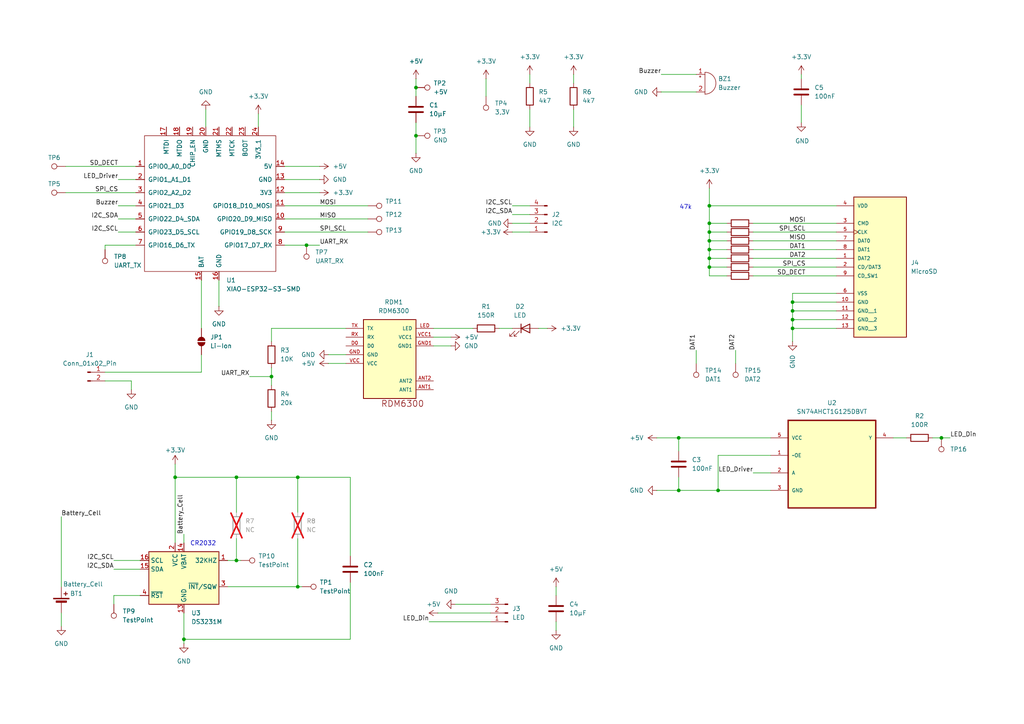
<source format=kicad_sch>
(kicad_sch (version 20250114) (generator "eeschema") (generator_version "9.0")
  (paper "A4")
  (lib_symbols
    (symbol "Connector:Conn_01x02_Pin" (pin_names (offset 1.016) (hide yes))
      (property "Reference" "J" (at 0 2.54 0))
      (property "Value" "Conn_01x02_Pin" (at 0 -5.08 0))
      (symbol "Conn_01x02_Pin_1_1"
        (rectangle (start 0.8636 0.127) (end 0 -0.127) (stroke (width 0.1524)) (fill (type outline)))
        (rectangle (start 0.8636 -2.413) (end 0 -2.667) (stroke (width 0.1524)) (fill (type outline)))
        (polyline (pts (xy 1.27 0) (xy 0.8636 0)) (stroke (width 0.1524)))
        (polyline (pts (xy 1.27 -2.54) (xy 0.8636 -2.54)) (stroke (width 0.1524)))
        (pin passive line (at 5.08 0 180) (length 3.81) (name "Pin_1") (number "1"))
        (pin passive line (at 5.08 -2.54 180) (length 3.81) (name "Pin_2") (number "2"))
      )
    )
    (symbol "Connector:Conn_01x03_Pin" (pin_names (offset 1.016) (hide yes))
      (property "Reference" "J" (at 0 5.08 0))
      (property "Value" "Conn_01x03_Pin" (at 0 -5.08 0))
      (symbol "Conn_01x03_Pin_1_1"
        (rectangle (start 0.8636 2.667) (end 0 2.413) (stroke (width 0.1524)) (fill (type outline)))
        (rectangle (start 0.8636 0.127) (end 0 -0.127) (stroke (width 0.1524)) (fill (type outline)))
        (rectangle (start 0.8636 -2.413) (end 0 -2.667) (stroke (width 0.1524)) (fill (type outline)))
        (polyline (pts (xy 1.27 2.54) (xy 0.8636 2.54)) (stroke (width 0.1524)))
        (polyline (pts (xy 1.27 0) (xy 0.8636 0)) (stroke (width 0.1524)))
        (polyline (pts (xy 1.27 -2.54) (xy 0.8636 -2.54)) (stroke (width 0.1524)))
        (pin passive line (at 5.08 2.54 180) (length 3.81) (name "Pin_1") (number "1"))
        (pin passive line (at 5.08 0 180) (length 3.81) (name "Pin_2") (number "2"))
        (pin passive line (at 5.08 -2.54 180) (length 3.81) (name "Pin_3") (number "3"))
      )
    )
    (symbol "Connector:Conn_01x04_Pin" (pin_names (offset 1.016) (hide yes))
      (property "Reference" "J" (at 0 5.08 0))
      (property "Value" "Conn_01x04_Pin" (at 0 -7.62 0))
      (symbol "Conn_01x04_Pin_1_1"
        (rectangle (start 0.8636 2.667) (end 0 2.413) (stroke (width 0.1524)) (fill (type outline)))
        (rectangle (start 0.8636 0.127) (end 0 -0.127) (stroke (width 0.1524)) (fill (type outline)))
        (rectangle (start 0.8636 -2.413) (end 0 -2.667) (stroke (width 0.1524)) (fill (type outline)))
        (rectangle (start 0.8636 -4.953) (end 0 -5.207) (stroke (width 0.1524)) (fill (type outline)))
        (polyline (pts (xy 1.27 2.54) (xy 0.8636 2.54)) (stroke (width 0.1524)))
        (polyline (pts (xy 1.27 0) (xy 0.8636 0)) (stroke (width 0.1524)))
        (polyline (pts (xy 1.27 -2.54) (xy 0.8636 -2.54)) (stroke (width 0.1524)))
        (polyline (pts (xy 1.27 -5.08) (xy 0.8636 -5.08)) (stroke (width 0.1524)))
        (pin passive line (at 5.08 2.54 180) (length 3.81) (name "Pin_1") (number "1"))
        (pin passive line (at 5.08 0 180) (length 3.81) (name "Pin_2") (number "2"))
        (pin passive line (at 5.08 -2.54 180) (length 3.81) (name "Pin_3") (number "3"))
        (pin passive line (at 5.08 -5.08 180) (length 3.81) (name "Pin_4") (number "4"))
      )
    )
    (symbol "Connector:TestPoint" (pin_numbers (hide yes)) (pin_names (offset 0.762) (hide yes))
      (property "Reference" "TP" (at 0 6.858 0))
      (property "Value" "TestPoint" (at 0 5.08 0))
      (symbol "TestPoint_0_1"
        (circle (center 0 3.302) (radius 0.762))
      )
      (symbol "TestPoint_1_1"
        (pin passive line (at 0 0 90) (length 2.54) (name "1") (number "1"))
      )
    )
    (symbol "Device:Battery_Cell" (pin_numbers (hide yes)) (pin_names (offset 0) (hide yes))
      (property "Reference" "BT" (at 2.54 2.54 0))
      (property "Value" "Battery_Cell" (at 2.54 0 0))
      (symbol "Battery_Cell_0_1"
        (rectangle (start -2.286 1.778) (end 2.286 1.524) (fill (type outline)))
        (rectangle (start -1.524 1.016) (end 1.524 0.508) (fill (type outline)))
        (polyline (pts (xy 0 1.778) (xy 0 2.54)))
        (polyline (pts (xy 0 0.762) (xy 0 0)))
        (polyline (pts (xy 0.762 3.048) (xy 1.778 3.048)) (stroke (width 0.254)))
        (polyline (pts (xy 1.27 3.556) (xy 1.27 2.54)) (stroke (width 0.254)))
      )
      (symbol "Battery_Cell_1_1"
        (pin passive line (at 0 5.08 270) (length 2.54) (name "+") (number "1"))
        (pin passive line (at 0 -2.54 90) (length 2.54) (name "-") (number "2"))
      )
    )
    (symbol "Device:Buzzer" (pin_names (offset 0.0254) (hide yes))
      (property "Reference" "BZ" (at 3.81 1.27 0))
      (property "Value" "Buzzer" (at 3.81 -1.27 0))
      (symbol "Buzzer_0_1"
        (polyline (pts (xy -1.651 1.905) (xy -1.143 1.905)))
        (polyline (pts (xy -1.397 2.159) (xy -1.397 1.651)))
        (arc (start 0 3.175) (mid 3.1612 0) (end 0 -3.175))
        (polyline (pts (xy 0 3.175) (xy 0 -3.175)))
      )
      (symbol "Buzzer_1_1"
        (pin passive line (at -2.54 2.54 0) (length 2.54) (name "+") (number "1"))
        (pin passive line (at -2.54 -2.54 0) (length 2.54) (name "-") (number "2"))
      )
    )
    (symbol "Device:C" (pin_numbers (hide yes)) (pin_names (offset 0.254))
      (property "Reference" "C" (at 0.635 2.54 0))
      (property "Value" "C" (at 0.635 -2.54 0))
      (symbol "C_0_1"
        (polyline (pts (xy -2.032 0.762) (xy 2.032 0.762)) (stroke (width 0.508)))
        (polyline (pts (xy -2.032 -0.762) (xy 2.032 -0.762)) (stroke (width 0.508)))
      )
      (symbol "C_1_1"
        (pin passive line (at 0 3.81 270) (length 2.794) (name "~") (number "1"))
        (pin passive line (at 0 -3.81 90) (length 2.794) (name "~") (number "2"))
      )
    )
    (symbol "Device:LED" (pin_numbers (hide yes)) (pin_names (offset 1.016) (hide yes))
      (property "Reference" "D" (at 0 2.54 0))
      (property "Value" "LED" (at 0 -2.54 0))
      (symbol "LED_0_1"
        (polyline (pts (xy -3.048 -0.762) (xy -4.572 -2.286) (xy -3.81 -2.286) (xy -4.572 -2.286) (xy -4.572 -1.524)))
        (polyline (pts (xy -1.778 -0.762) (xy -3.302 -2.286) (xy -2.54 -2.286) (xy -3.302 -2.286) (xy -3.302 -1.524)))
        (polyline (pts (xy -1.27 0) (xy 1.27 0)))
        (polyline (pts (xy -1.27 -1.27) (xy -1.27 1.27)) (stroke (width 0.254)))
        (polyline (pts (xy 1.27 -1.27) (xy 1.27 1.27) (xy -1.27 0) (xy 1.27 -1.27)) (stroke (width 0.254)))
      )
      (symbol "LED_1_1"
        (pin passive line (at -3.81 0 0) (length 2.54) (name "K") (number "1"))
        (pin passive line (at 3.81 0 180) (length 2.54) (name "A") (number "2"))
      )
    )
    (symbol "Device:R" (pin_numbers (hide yes)) (pin_names (offset 0))
      (property "Reference" "R" (at 2.032 0 90))
      (property "Value" "R" (at 0 0 90))
      (symbol "R_0_1"
        (rectangle (start -1.016 -2.54) (end 1.016 2.54) (stroke (width 0.254)))
      )
      (symbol "R_1_1"
        (pin passive line (at 0 3.81 270) (length 1.27) (name "~") (number "1"))
        (pin passive line (at 0 -3.81 90) (length 1.27) (name "~") (number "2"))
      )
    )
    (symbol "Jumper:SolderJumper_2_Open" (pin_numbers (hide yes)) (pin_names (offset 0) (hide yes)) (in_bom no)
      (property "Reference" "JP" (at 0 2.032 0))
      (property "Value" "SolderJumper_2_Open" (at 0 -2.54 0))
      (symbol "SolderJumper_2_Open_0_1"
        (polyline (pts (xy -0.254 1.016) (xy -0.254 -1.016)))
        (arc (start -0.254 -1.016) (mid -1.2656 0) (end -0.254 1.016))
        (arc (start -0.254 -1.016) (mid -1.2656 0) (end -0.254 1.016) (fill (type outline)))
        (arc (start 0.254 1.016) (mid 1.2656 0) (end 0.254 -1.016))
        (arc (start 0.254 1.016) (mid 1.2656 0) (end 0.254 -1.016) (fill (type outline)))
        (polyline (pts (xy 0.254 1.016) (xy 0.254 -1.016)))
      )
      (symbol "SolderJumper_2_Open_1_1"
        (pin passive line (at -3.81 0 0) (length 2.54) (name "A") (number "1"))
        (pin passive line (at 3.81 0 180) (length 2.54) (name "B") (number "2"))
      )
    )
    (symbol "RDM6300:RDM6300" (pin_names (offset 1.016))
      (property "Reference" "RDM6300" (at 0 0 0))
      (property "Value" "RDM6300" (at 0 0 0))
      (symbol "RDM6300_0_0"
        (rectangle (start -7.62 -10.16) (end 7.62 12.7) (stroke (width 0.254)) (fill (type background)))
        (text "RDM6300" (at -2.54 -12.7 0) (effects (font (size 1.778 1.778)) (justify left bottom)))
        (pin bidirectional line (at -12.7 10.16 0) (length 5.08) (name "TX") (number "TX"))
        (pin bidirectional line (at -12.7 7.62 0) (length 5.08) (name "RX") (number "RX"))
        (pin bidirectional line (at -12.7 5.08 0) (length 5.08) (name "D0") (number "D0"))
        (pin bidirectional line (at -12.7 2.54 0) (length 5.08) (name "GND") (number "GND"))
        (pin bidirectional line (at -12.7 0 0) (length 5.08) (name "VCC") (number "VCC"))
        (pin bidirectional line (at 12.7 10.16 180) (length 5.08) (name "LED") (number "LED"))
        (pin bidirectional line (at 12.7 7.62 180) (length 5.08) (name "VCC1") (number "VCC1"))
        (pin bidirectional line (at 12.7 5.08 180) (length 5.08) (name "GND1") (number "GND1"))
        (pin bidirectional line (at 12.7 -5.08 180) (length 5.08) (name "ANT2") (number "ANT2"))
        (pin bidirectional line (at 12.7 -7.62 180) (length 5.08) (name "ANT1") (number "ANT1"))
      )
    )
    (symbol "SN74AHCT1G125DBVT:SN74AHCT1G125DBVT" (pin_names (offset 1.016))
      (property "Reference" "U" (at -4.955 12.5527 0))
      (property "Value" "SN74AHCT1G125DBVT" (at -2.7954 -19.8475 0))
      (symbol "SN74AHCT1G125DBVT_0_0"
        (rectangle (start -12.7 -15.24) (end 12.7 10.16) (stroke (width 0.4064)) (fill (type background)))
        (pin power_in line (at -17.78 5.08 0) (length 5.08) (name "VCC") (number "5"))
        (pin input line (at -17.78 0 0) (length 5.08) (name "~OE") (number "1"))
        (pin input line (at -17.78 -5.08 0) (length 5.08) (name "A") (number "2"))
        (pin passive line (at -17.78 -10.16 0) (length 5.08) (name "GND") (number "3"))
        (pin output line (at 17.78 5.08 180) (length 5.08) (name "Y") (number "4"))
      )
    )
    (symbol "Seeed_Studio_XIAO_Series:XIAO-ESP32-C6-SMD" (pin_names (offset 1.016))
      (property "Reference" "U" (at -18.542 23.114 0))
      (property "Value" "XIAO-ESP32-S3-SMD" (at -8.382 21.336 0))
      (symbol "XIAO-ESP32-C6-SMD_0_1"
        (rectangle (start 19.05 -19.05) (end -19.05 20.32))
      )
      (symbol "XIAO-ESP32-C6-SMD_1_1"
        (pin passive line (at -21.59 11.43 0) (length 2.54) (name "GPIO0_A0_D0") (number "1"))
        (pin passive line (at -21.59 7.62 0) (length 2.54) (name "GPIO1_A1_D1") (number "2"))
        (pin passive line (at -21.59 3.81 0) (length 2.54) (name "GPIO2_A2_D2") (number "3"))
        (pin passive line (at -21.59 0 0) (length 2.54) (name "GPIO21_D3") (number "4"))
        (pin passive line (at -21.59 -3.81 0) (length 2.54) (name "GPIO22_D4_SDA") (number "5"))
        (pin passive line (at -21.59 -7.62 0) (length 2.54) (name "GPIO23_D5_SCL") (number "6"))
        (pin passive line (at -21.59 -11.43 0) (length 2.54) (name "GPIO16_D6_TX") (number "7"))
        (pin passive line (at -12.7 22.86 270) (length 2.54) (name "MTDI") (number "17"))
        (pin passive line (at -8.89 22.86 270) (length 2.54) (name "MTDO") (number "18"))
        (pin passive line (at -5.08 22.86 270) (length 2.54) (name "CHIP_EN") (number "19"))
        (pin passive line (at -2.54 -21.59 90) (length 2.54) (name "BAT") (number "15"))
        (pin passive line (at -1.27 22.86 270) (length 2.54) (name "GND") (number "20"))
        (pin passive line (at 2.54 22.86 270) (length 2.54) (name "MTMS") (number "21"))
        (pin passive line (at 2.54 -21.59 90) (length 2.54) (name "GND") (number "16"))
        (pin passive line (at 6.35 22.86 270) (length 2.54) (name "MTCK") (number "22"))
        (pin passive line (at 10.16 22.86 270) (length 2.54) (name "BOOT") (number "23"))
        (pin passive line (at 13.97 22.86 270) (length 2.54) (name "3V3_1") (number "24"))
        (pin passive line (at 21.59 11.43 180) (length 2.54) (name "5V") (number "14"))
        (pin passive line (at 21.59 7.62 180) (length 2.54) (name "GND") (number "13"))
        (pin passive line (at 21.59 3.81 180) (length 2.54) (name "3V3") (number "12"))
        (pin passive line (at 21.59 0 180) (length 2.54) (name "GPIO18_D10_MOSI") (number "11"))
        (pin passive line (at 21.59 -3.81 180) (length 2.54) (name "GPIO20_D9_MISO") (number "10"))
        (pin passive line (at 21.59 -7.62 180) (length 2.54) (name "GPIO19_D8_SCK") (number "9"))
        (pin passive line (at 21.59 -11.43 180) (length 2.54) (name "GPIO17_D7_RX") (number "8"))
      )
    )
    (symbol "Timer_RTC:DS3231M"
      (property "Reference" "U" (at -7.62 8.89 0))
      (property "Value" "DS3231M" (at 10.16 8.89 0))
      (symbol "DS3231M_0_1"
        (rectangle (start -10.16 7.62) (end 10.16 -7.62) (stroke (width 0.254)) (fill (type background)))
      )
      (symbol "DS3231M_1_1"
        (pin input line (at -12.7 5.08 0) (length 2.54) (name "SCL") (number "16"))
        (pin bidirectional line (at -12.7 2.54 0) (length 2.54) (name "SDA") (number "15"))
        (pin bidirectional line (at -12.7 -5.08 0) (length 2.54) (name "~{RST}") (number "4"))
        (pin power_in line (at -2.54 10.16 270) (length 2.54) (name "VCC") (number "2"))
        (pin power_in line (at 0 10.16 270) (length 2.54) (name "VBAT") (number "14"))
        (pin passive line (at 0 -10.16 90) (length 2.54) (hide yes) (name "GND") (number "10"))
        (pin passive line (at 0 -10.16 90) (length 2.54) (hide yes) (name "GND") (number "11"))
        (pin passive line (at 0 -10.16 90) (length 2.54) (hide yes) (name "GND") (number "12"))
        (pin power_in line (at 0 -10.16 90) (length 2.54) (name "GND") (number "13"))
        (pin passive line (at 0 -10.16 90) (length 2.54) (hide yes) (name "GND") (number "5"))
        (pin passive line (at 0 -10.16 90) (length 2.54) (hide yes) (name "GND") (number "6"))
        (pin passive line (at 0 -10.16 90) (length 2.54) (hide yes) (name "GND") (number "7"))
        (pin passive line (at 0 -10.16 90) (length 2.54) (hide yes) (name "GND") (number "8"))
        (pin passive line (at 0 -10.16 90) (length 2.54) (hide yes) (name "GND") (number "9"))
        (pin open_collector line (at 12.7 5.08 180) (length 2.54) (name "32KHZ") (number "1"))
        (pin open_collector line (at 12.7 -2.54 180) (length 2.54) (name "~{INT}/SQW") (number "3"))
      )
    )
    (symbol "microsd_card_wuert:693071020811" (pin_names (offset 1.016))
      (property "Reference" "J" (at -7.62 16.51 0))
      (property "Value" "693071020811" (at -7.62 -26.67 0))
      (symbol "693071020811_0_0"
        (rectangle (start -7.62 -25.4) (end 7.62 15.24) (stroke (width 0.254)) (fill (type background)))
        (pin power_in line (at -12.7 12.7 0) (length 5.08) (name "VDD") (number "4"))
        (pin bidirectional line (at -12.7 7.62 0) (length 5.08) (name "CMD") (number "3"))
        (pin bidirectional clock (at -12.7 5.08 0) (length 5.08) (name "CLK") (number "5"))
        (pin bidirectional line (at -12.7 2.54 0) (length 5.08) (name "DAT0") (number "7"))
        (pin bidirectional line (at -12.7 0 0) (length 5.08) (name "DAT1") (number "8"))
        (pin bidirectional line (at -12.7 -2.54 0) (length 5.08) (name "DAT2") (number "1"))
        (pin bidirectional line (at -12.7 -5.08 0) (length 5.08) (name "CD/DAT3") (number "2"))
        (pin bidirectional line (at -12.7 -7.62 0) (length 5.08) (name "CD_SW1") (number "9"))
        (pin power_in line (at -12.7 -12.7 0) (length 5.08) (name "VSS") (number "6"))
        (pin power_in line (at -12.7 -15.24 0) (length 5.08) (name "GND") (number "10"))
        (pin power_in line (at -12.7 -17.78 0) (length 5.08) (name "GND__1") (number "11"))
        (pin power_in line (at -12.7 -20.32 0) (length 5.08) (name "GND__2") (number "12"))
        (pin power_in line (at -12.7 -22.86 0) (length 5.08) (name "GND__3") (number "13"))
      )
    )
    (symbol "power:+3.3V" (power) (pin_numbers (hide yes)) (pin_names (offset 0) (hide yes))
      (property "Value" "+3.3V" (at 0 3.556 0))
      (symbol "+3.3V_0_1"
        (polyline (pts (xy -0.762 1.27) (xy 0 2.54)))
        (polyline (pts (xy 0 2.54) (xy 0.762 1.27)))
        (polyline (pts (xy 0 0) (xy 0 2.54)))
      )
      (symbol "+3.3V_1_1"
        (pin power_in line (at 0 0 90) (length 0) (name "~") (number "1"))
      )
    )
    (symbol "power:+5V" (power) (pin_numbers (hide yes)) (pin_names (offset 0) (hide yes))
      (property "Value" "+5V" (at 0 3.556 0))
      (symbol "+5V_0_1"
        (polyline (pts (xy -0.762 1.27) (xy 0 2.54)))
        (polyline (pts (xy 0 2.54) (xy 0.762 1.27)))
        (polyline (pts (xy 0 0) (xy 0 2.54)))
      )
      (symbol "+5V_1_1"
        (pin power_in line (at 0 0 90) (length 0) (name "~") (number "1"))
      )
    )
    (symbol "power:GND" (power) (pin_numbers (hide yes)) (pin_names (offset 0) (hide yes))
      (property "Value" "GND" (at 0 -3.81 0))
      (symbol "GND_0_1"
        (polyline (pts (xy 0 0) (xy 0 -1.27) (xy 1.27 -1.27) (xy 0 -2.54) (xy -1.27 -1.27) (xy 0 -1.27)))
      )
      (symbol "GND_1_1"
        (pin power_in line (at 0 0 270) (length 0) (name "~") (number "1"))
      )
    )
  )
  (text "CR2032" (at 58.928 157.734 0) (effects (font (size 1.27 1.27))))
  (text "47k" (at 198.882 60.198 0) (effects (font (size 1.27 1.27))))
  (junction (at 205.74 59.69))
  (junction (at 229.87 95.25))
  (junction (at 196.85 142.24))
  (junction (at 229.87 92.71))
  (junction (at 53.34 185.42))
  (junction (at 229.87 87.63))
  (junction (at 68.58 138.43))
  (junction (at 273.05 127))
  (junction (at 196.85 127))
  (junction (at 205.74 72.39))
  (junction (at 205.74 74.93))
  (junction (at 86.36 138.43))
  (junction (at 78.74 109.22))
  (junction (at 205.74 64.77))
  (junction (at 120.65 39.37))
  (junction (at 205.74 69.85))
  (junction (at 208.28 142.24))
  (junction (at 229.87 90.17))
  (junction (at 205.74 77.47))
  (junction (at 50.8 138.43))
  (junction (at 86.36 170.18))
  (junction (at 205.74 67.31))
  (junction (at 68.58 162.56))
  (junction (at 120.65 25.4))
  (junction (at 88.9 71.12))
  (wire (pts (xy 125.73 100.33) (xy 130.81 100.33)))
  (wire (pts (xy 213.36 101.6) (xy 213.36 105.41)))
  (wire (pts (xy 78.74 106.68) (xy 78.74 109.22)))
  (wire (pts (xy 82.55 55.88) (xy 92.71 55.88)))
  (wire (pts (xy 210.82 80.01) (xy 205.74 80.01)))
  (wire (pts (xy 196.85 127) (xy 223.52 127)))
  (wire (pts (xy 33.02 172.72) (xy 40.64 172.72)))
  (wire (pts (xy 205.74 74.93) (xy 210.82 74.93)))
  (wire (pts (xy 58.42 102.87) (xy 58.42 107.95)))
  (wire (pts (xy 39.37 71.12) (xy 30.48 71.12)))
  (wire (pts (xy 273.05 127) (xy 275.59 127)))
  (wire (pts (xy 205.74 74.93) (xy 205.74 72.39)))
  (wire (pts (xy 153.67 21.59) (xy 153.67 24.13)))
  (wire (pts (xy 242.57 85.09) (xy 229.87 85.09)))
  (wire (pts (xy 88.9 71.12) (xy 92.71 71.12)))
  (wire (pts (xy 229.87 95.25) (xy 242.57 95.25)))
  (wire (pts (xy 166.37 21.59) (xy 166.37 24.13)))
  (wire (pts (xy 101.6 168.91) (xy 101.6 185.42)))
  (wire (pts (xy 210.82 67.31) (xy 205.74 67.31)))
  (wire (pts (xy 82.55 71.12) (xy 88.9 71.12)))
  (wire (pts (xy 30.48 71.12) (xy 30.48 72.39)))
  (wire (pts (xy 72.39 109.22) (xy 78.74 109.22)))
  (wire (pts (xy 229.87 95.25) (xy 229.87 99.06)))
  (wire (pts (xy 86.36 138.43) (xy 86.36 148.59)))
  (wire (pts (xy 196.85 142.24) (xy 208.28 142.24)))
  (wire (pts (xy 205.74 69.85) (xy 205.74 67.31)))
  (wire (pts (xy 205.74 72.39) (xy 205.74 69.85)))
  (wire (pts (xy 148.59 59.69) (xy 153.67 59.69)))
  (wire (pts (xy 270.51 127) (xy 273.05 127)))
  (wire (pts (xy 229.87 87.63) (xy 242.57 87.63)))
  (wire (pts (xy 59.69 31.75) (xy 59.69 36.83)))
  (wire (pts (xy 82.55 67.31) (xy 106.68 67.31)))
  (wire (pts (xy 205.74 77.47) (xy 210.82 77.47)))
  (wire (pts (xy 232.41 21.59) (xy 232.41 22.86)))
  (wire (pts (xy 120.65 22.86) (xy 120.65 25.4)))
  (wire (pts (xy 17.78 170.18) (xy 17.78 149.86)))
  (wire (pts (xy 210.82 69.85) (xy 205.74 69.85)))
  (wire (pts (xy 229.87 85.09) (xy 229.87 87.63)))
  (wire (pts (xy 140.97 22.86) (xy 140.97 27.94)))
  (wire (pts (xy 156.21 95.25) (xy 158.75 95.25)))
  (wire (pts (xy 53.34 185.42) (xy 53.34 186.69)))
  (wire (pts (xy 205.74 77.47) (xy 205.74 74.93)))
  (wire (pts (xy 229.87 90.17) (xy 242.57 90.17)))
  (wire (pts (xy 86.36 156.21) (xy 86.36 170.18)))
  (wire (pts (xy 68.58 138.43) (xy 86.36 138.43)))
  (wire (pts (xy 232.41 30.48) (xy 232.41 35.56)))
  (wire (pts (xy 218.44 74.93) (xy 242.57 74.93)))
  (wire (pts (xy 68.58 138.43) (xy 68.58 148.59)))
  (wire (pts (xy 86.36 170.18) (xy 87.63 170.18)))
  (wire (pts (xy 166.37 31.75) (xy 166.37 36.83)))
  (wire (pts (xy 95.25 105.41) (xy 100.33 105.41)))
  (wire (pts (xy 153.67 31.75) (xy 153.67 36.83)))
  (wire (pts (xy 205.74 72.39) (xy 210.82 72.39)))
  (wire (pts (xy 17.78 177.8) (xy 17.78 181.61)))
  (wire (pts (xy 205.74 64.77) (xy 205.74 59.69)))
  (wire (pts (xy 208.28 132.08) (xy 208.28 142.24)))
  (wire (pts (xy 196.85 127) (xy 196.85 130.81)))
  (wire (pts (xy 161.29 180.34) (xy 161.29 182.88)))
  (wire (pts (xy 101.6 185.42) (xy 53.34 185.42)))
  (wire (pts (xy 74.93 33.02) (xy 74.93 36.83)))
  (wire (pts (xy 78.74 95.25) (xy 78.74 99.06)))
  (wire (pts (xy 191.77 21.59) (xy 201.93 21.59)))
  (wire (pts (xy 58.42 81.28) (xy 58.42 95.25)))
  (wire (pts (xy 218.44 64.77) (xy 242.57 64.77)))
  (wire (pts (xy 50.8 138.43) (xy 50.8 157.48)))
  (wire (pts (xy 19.05 55.88) (xy 39.37 55.88)))
  (wire (pts (xy 127 177.8) (xy 142.24 177.8)))
  (wire (pts (xy 68.58 162.56) (xy 69.85 162.56)))
  (wire (pts (xy 218.44 137.16) (xy 223.52 137.16)))
  (wire (pts (xy 120.65 25.4) (xy 120.65 27.94)))
  (wire (pts (xy 218.44 67.31) (xy 242.57 67.31)))
  (wire (pts (xy 34.29 59.69) (xy 39.37 59.69)))
  (wire (pts (xy 144.78 95.25) (xy 148.59 95.25)))
  (wire (pts (xy 205.74 59.69) (xy 242.57 59.69)))
  (wire (pts (xy 210.82 64.77) (xy 205.74 64.77)))
  (wire (pts (xy 229.87 90.17) (xy 229.87 92.71)))
  (wire (pts (xy 161.29 170.18) (xy 161.29 172.72)))
  (wire (pts (xy 95.25 102.87) (xy 100.33 102.87)))
  (wire (pts (xy 82.55 48.26) (xy 92.71 48.26)))
  (wire (pts (xy 53.34 177.8) (xy 53.34 185.42)))
  (wire (pts (xy 53.34 154.94) (xy 53.34 157.48)))
  (wire (pts (xy 101.6 138.43) (xy 101.6 161.29)))
  (wire (pts (xy 205.74 54.61) (xy 205.74 59.69)))
  (wire (pts (xy 120.65 35.56) (xy 120.65 39.37)))
  (wire (pts (xy 148.59 62.23) (xy 153.67 62.23)))
  (wire (pts (xy 196.85 138.43) (xy 196.85 142.24)))
  (wire (pts (xy 190.5 142.24) (xy 196.85 142.24)))
  (wire (pts (xy 218.44 72.39) (xy 242.57 72.39)))
  (wire (pts (xy 101.6 138.43) (xy 86.36 138.43)))
  (wire (pts (xy 259.08 127) (xy 262.89 127)))
  (wire (pts (xy 125.73 97.79) (xy 130.81 97.79)))
  (wire (pts (xy 190.5 127) (xy 196.85 127)))
  (wire (pts (xy 205.74 80.01) (xy 205.74 77.47)))
  (wire (pts (xy 78.74 109.22) (xy 78.74 111.76)))
  (wire (pts (xy 125.73 95.25) (xy 137.16 95.25)))
  (wire (pts (xy 50.8 134.62) (xy 50.8 138.43)))
  (wire (pts (xy 124.46 180.34) (xy 142.24 180.34)))
  (wire (pts (xy 218.44 69.85) (xy 242.57 69.85)))
  (wire (pts (xy 201.93 101.6) (xy 201.93 105.41)))
  (wire (pts (xy 218.44 80.01) (xy 242.57 80.01)))
  (wire (pts (xy 82.55 52.07) (xy 92.71 52.07)))
  (wire (pts (xy 34.29 67.31) (xy 39.37 67.31)))
  (wire (pts (xy 30.48 110.49) (xy 38.1 110.49)))
  (wire (pts (xy 223.52 132.08) (xy 208.28 132.08)))
  (wire (pts (xy 34.29 63.5) (xy 39.37 63.5)))
  (wire (pts (xy 82.55 59.69) (xy 106.68 59.69)))
  (wire (pts (xy 132.08 175.26) (xy 142.24 175.26)))
  (wire (pts (xy 33.02 175.26) (xy 33.02 172.72)))
  (wire (pts (xy 66.04 162.56) (xy 68.58 162.56)))
  (wire (pts (xy 19.05 48.26) (xy 39.37 48.26)))
  (wire (pts (xy 229.87 92.71) (xy 229.87 95.25)))
  (wire (pts (xy 148.59 67.31) (xy 153.67 67.31)))
  (wire (pts (xy 148.59 64.77) (xy 153.67 64.77)))
  (wire (pts (xy 218.44 77.47) (xy 242.57 77.47)))
  (wire (pts (xy 66.04 170.18) (xy 86.36 170.18)))
  (wire (pts (xy 63.5 81.28) (xy 63.5 88.9)))
  (wire (pts (xy 34.29 52.07) (xy 39.37 52.07)))
  (wire (pts (xy 33.02 165.1) (xy 40.64 165.1)))
  (wire (pts (xy 120.65 39.37) (xy 120.65 44.45)))
  (wire (pts (xy 50.8 138.43) (xy 68.58 138.43)))
  (wire (pts (xy 78.74 95.25) (xy 100.33 95.25)))
  (wire (pts (xy 30.48 107.95) (xy 58.42 107.95)))
  (wire (pts (xy 82.55 63.5) (xy 106.68 63.5)))
  (wire (pts (xy 33.02 162.56) (xy 40.64 162.56)))
  (wire (pts (xy 38.1 110.49) (xy 38.1 113.03)))
  (wire (pts (xy 78.74 119.38) (xy 78.74 121.92)))
  (wire (pts (xy 229.87 87.63) (xy 229.87 90.17)))
  (wire (pts (xy 208.28 142.24) (xy 223.52 142.24)))
  (wire (pts (xy 68.58 156.21) (xy 68.58 162.56)))
  (wire (pts (xy 205.74 67.31) (xy 205.74 64.77)))
  (wire (pts (xy 229.87 92.71) (xy 242.57 92.71)))
  (wire (pts (xy 191.77 26.67) (xy 201.93 26.67)))
  (label "Buzzer" (at 34.29 59.69 180))
  (label "SPI_SCL" (at 92.71 67.31 0))
  (label "I2C_SCL" (at 33.02 162.56 180))
  (label "UART_RX" (at 92.71 71.12 0))
  (label "LED_Driver" (at 34.29 52.07 180))
  (label "SD_DECT" (at 233.68 80.01 180))
  (label "DAT2" (at 213.36 101.6 90))
  (label "LED_Driver" (at 218.44 137.16 180))
  (label "LED_Din" (at 275.59 127 0))
  (label "I2C_SDA" (at 148.59 62.23 180))
  (label "I2C_SCL" (at 148.59 59.69 180))
  (label "Battery_Cell" (at 17.78 149.86 0))
  (label "SPI_SCL" (at 233.68 67.31 180))
  (label "Buzzer" (at 191.77 21.59 180))
  (label "MISO" (at 233.68 69.85 180))
  (label "MISO" (at 92.71 63.5 0))
  (label "I2C_SCL" (at 34.29 67.31 180))
  (label "SPI_CS" (at 34.29 55.88 180))
  (label "MOSI" (at 92.71 59.69 0))
  (label "UART_RX" (at 72.39 109.22 180))
  (label "DAT1" (at 201.93 101.6 90))
  (label "SPI_CS" (at 233.68 77.47 180))
  (label "SD_DECT" (at 34.29 48.26 180))
  (label "I2C_SDA" (at 33.02 165.1 180))
  (label "LED_Din" (at 124.46 180.34 180))
  (label "MOSI" (at 233.68 64.77 180))
  (label "DAT1" (at 233.68 72.39 180))
  (label "Battery_Cell" (at 53.34 154.94 90))
  (label "I2C_SDA" (at 34.29 63.5 180))
  (label "DAT2" (at 233.68 74.93 180))
  (symbol (lib_id "power:+5V") (at 120.65 22.86 0) (unit 1)
    (property "Reference" "#PWR017" (effects (hide yes)))
    (property "Value" "+5V" (at 120.65 17.78 0))
    (property "Description" "Power symbol creates a global label with name \"+5V\"" (effects (hide yes)))
  )
  (symbol (lib_id "power:GND") (at 78.74 121.92 0) (unit 1)
    (property "Reference" "#PWR09" (effects (hide yes)))
    (property "Value" "GND" (at 78.74 127 0))
    (property "Description" "Power symbol creates a global label with name \"GND\" , ground" (effects (hide yes)))
  )
  (symbol (lib_id "Connector:TestPoint") (at 88.9 71.12 180) (unit 1)
    (property "Reference" "TP7" (at 91.44 73.1519 0) (effects (justify right)))
    (property "Value" "UART_RX" (at 91.44 75.6919 0) (effects (justify right)))
    (property "Footprint" "TestPoint:TestPoint_Pad_D1.5mm" (effects (hide yes)))
    (property "Description" "test point" (effects (hide yes)))
  )
  (symbol (lib_id "power:GND") (at 59.69 31.75 180) (unit 1)
    (property "Reference" "#PWR037" (effects (hide yes)))
    (property "Value" "GND" (at 59.69 26.67 0))
    (property "Description" "Power symbol creates a global label with name \"GND\" , ground" (effects (hide yes)))
  )
  (symbol (lib_id "Device:R") (at 78.74 102.87 0) (unit 1)
    (property "Reference" "R3" (at 81.28 101.5999 0) (effects (justify left)))
    (property "Value" "10K" (at 81.28 104.1399 0) (effects (justify left)))
    (property "Footprint" "Resistor_SMD:R_0603_1608Metric_Pad0.98x0.95mm_HandSolder" (effects (hide yes)))
    (property "Description" "Resistor" (effects (hide yes)))
  )
  (symbol (lib_id "Connector:Conn_01x03_Pin") (at 147.32 177.8 180) (unit 1)
    (property "Reference" "J3" (at 148.59 176.5299 0) (effects (justify right)))
    (property "Value" "LED" (at 148.59 179.0699 0) (effects (justify right)))
    (property "Footprint" "Connector_PinSocket_2.00mm:PinSocket_1x03_P2.00mm_Vertical" (effects (hide yes)))
    (property "Description" "Generic connector, single row, 01x03, script generated" (effects (hide yes)))
  )
  (symbol (lib_id "power:+5V") (at 127 177.8 90) (unit 1)
    (property "Reference" "#PWR020" (effects (hide yes)))
    (property "Value" "+5V" (at 125.73 175.26 90))
    (property "Description" "Power symbol creates a global label with name \"+5V\"" (effects (hide yes)))
  )
  (symbol (lib_id "power:+3.3V") (at 158.75 95.25 270) (unit 1)
    (property "Reference" "#PWR015" (effects (hide yes)))
    (property "Value" "+3.3V" (at 162.56 95.2499 90) (effects (justify left)))
    (property "Description" "Power symbol creates a global label with name \"+3.3V\"" (effects (hide yes)))
  )
  (symbol (lib_id "Device:Battery_Cell") (at 17.78 175.26 0) (unit 1)
    (property "Reference" "BT1" (at 20.32 172.1484 0) (effects (justify left)))
    (property "Value" "Battery_Cell" (at 18.288 169.418 0) (effects (justify left)))
    (property "Footprint" "Battery:Battery_Panasonic_CR2032-HFN_Horizontal_CircularHoles" (effects (hide yes)))
    (property "Description" "Single-cell battery" (effects (hide yes)))
  )
  (symbol (lib_id "Connector:TestPoint") (at 273.05 127 180) (unit 1)
    (property "Reference" "TP16" (at 275.59 130.3019 0) (effects (justify right)))
    (property "Value" "LED_Din" (effects (hide yes)))
    (property "Footprint" "TestPoint:TestPoint_Pad_D1.5mm" (effects (hide yes)))
    (property "Description" "test point" (effects (hide yes)))
  )
  (symbol (lib_id "Connector:TestPoint") (at 19.05 55.88 90) (unit 1)
    (property "Reference" "TP5" (at 15.748 53.34 90))
    (property "Value" "CS" (effects (hide yes)))
    (property "Footprint" "TestPoint:TestPoint_Pad_D1.5mm" (effects (hide yes)))
    (property "Description" "test point" (effects (hide yes)))
  )
  (symbol (lib_id "Device:C") (at 161.29 176.53 180) (unit 1)
    (property "Reference" "C4" (at 165.1 175.2599 0) (effects (justify right)))
    (property "Value" "10µF" (at 165.1 177.7999 0) (effects (justify right)))
    (property "Footprint" "Capacitor_SMD:C_0603_1608Metric" (effects (hide yes)))
    (property "Description" "Unpolarized capacitor" (effects (hide yes)))
  )
  (symbol (lib_id "power:+3.3V") (at 205.74 54.61 0) (unit 1)
    (property "Reference" "#PWR036" (effects (hide yes)))
    (property "Value" "+3.3V" (at 205.74 49.53 0))
    (property "Description" "Power symbol creates a global label with name \"+3.3V\"" (effects (hide yes)))
  )
  (symbol (lib_id "power:+3.3V") (at 140.97 22.86 0) (unit 1)
    (property "Reference" "#PWR019" (effects (hide yes)))
    (property "Value" "+3.3V" (at 140.97 17.78 0))
    (property "Description" "Power symbol creates a global label with name \"+3.3V\"" (effects (hide yes)))
  )
  (symbol (lib_id "Device:R") (at 68.58 152.4 0) (unit 1) (dnp yes)
    (property "Reference" "R7" (at 71.12 151.1299 0) (effects (justify left)))
    (property "Value" "NC" (at 71.12 153.6699 0) (effects (justify left)))
    (property "Footprint" "Resistor_SMD:R_0603_1608Metric_Pad0.98x0.95mm_HandSolder" (effects (hide yes)))
    (property "Description" "Resistor" (effects (hide yes)))
  )
  (symbol (lib_id "power:+3.3V") (at 92.71 55.88 270) (unit 1)
    (property "Reference" "#PWR03" (effects (hide yes)))
    (property "Value" "+3.3V" (at 96.52 55.8799 90) (effects (justify left)))
    (property "Description" "Power symbol creates a global label with name \"+3.3V\"" (effects (hide yes)))
  )
  (symbol (lib_id "Device:R") (at 214.63 77.47 90) (unit 1)
    (property "Reference" "R9" (effects (hide yes)))
    (property "Value" "47k" (effects (hide yes)))
    (property "Footprint" "Resistor_SMD:R_0603_1608Metric_Pad0.98x0.95mm_HandSolder" (effects (hide yes)))
    (property "Description" "Resistor" (effects (hide yes)))
  )
  (symbol (lib_id "Device:R") (at 214.63 67.31 90) (unit 1)
    (property "Reference" "R13" (effects (hide yes)))
    (property "Value" "47k" (effects (hide yes)))
    (property "Footprint" "Resistor_SMD:R_0603_1608Metric_Pad0.98x0.95mm_HandSolder" (effects (hide yes)))
    (property "Description" "Resistor" (effects (hide yes)))
  )
  (symbol (lib_id "power:GND") (at 166.37 36.83 0) (unit 1)
    (property "Reference" "#PWR029" (effects (hide yes)))
    (property "Value" "GND" (at 166.37 41.91 0))
    (property "Description" "Power symbol creates a global label with name \"GND\" , ground" (effects (hide yes)))
  )
  (symbol (lib_id "power:GND") (at 92.71 52.07 90) (unit 1)
    (property "Reference" "#PWR02" (effects (hide yes)))
    (property "Value" "GND" (at 96.52 52.0699 90) (effects (justify right)))
    (property "Description" "Power symbol creates a global label with name \"GND\" , ground" (effects (hide yes)))
  )
  (symbol (lib_id "power:+5V") (at 161.29 170.18 0) (unit 1)
    (property "Reference" "#PWR024" (effects (hide yes)))
    (property "Value" "+5V" (at 161.29 165.1 0))
    (property "Description" "Power symbol creates a global label with name \"+5V\"" (effects (hide yes)))
  )
  (symbol (lib_id "power:GND") (at 229.87 99.06 0) (unit 1)
    (property "Reference" "#PWR07" (effects (hide yes)))
    (property "Value" "GND" (at 229.8701 102.87 90) (effects (justify right)))
    (property "Description" "Power symbol creates a global label with name \"GND\" , ground" (effects (hide yes)))
  )
  (symbol (lib_id "power:GND") (at 120.65 44.45 0) (unit 1)
    (property "Reference" "#PWR018" (effects (hide yes)))
    (property "Value" "GND" (at 120.65 49.53 0))
    (property "Description" "Power symbol creates a global label with name \"GND\" , ground" (effects (hide yes)))
  )
  (symbol (lib_id "power:+5V") (at 190.5 127 90) (unit 1)
    (property "Reference" "#PWR011" (effects (hide yes)))
    (property "Value" "+5V" (at 186.69 126.9999 90) (effects (justify left)))
    (property "Description" "Power symbol creates a global label with name \"+5V\"" (effects (hide yes)))
  )
  (symbol (lib_id "power:+5V") (at 92.71 48.26 270) (unit 1)
    (property "Reference" "#PWR01" (effects (hide yes)))
    (property "Value" "+5V" (at 96.52 48.2599 90) (effects (justify left)))
    (property "Description" "Power symbol creates a global label with name \"+5V\"" (effects (hide yes)))
  )
  (symbol (lib_id "power:+5V") (at 95.25 105.41 90) (unit 1)
    (property "Reference" "#PWR04" (effects (hide yes)))
    (property "Value" "+5V" (at 91.44 105.4099 90) (effects (justify left)))
    (property "Description" "Power symbol creates a global label with name \"+5V\"" (effects (hide yes)))
  )
  (symbol (lib_id "power:GND") (at 95.25 102.87 270) (unit 1)
    (property "Reference" "#PWR05" (effects (hide yes)))
    (property "Value" "GND" (at 91.44 102.8699 90) (effects (justify right)))
    (property "Description" "Power symbol creates a global label with name \"GND\" , ground" (effects (hide yes)))
  )
  (symbol (lib_id "Device:R") (at 266.7 127 90) (unit 1)
    (property "Reference" "R2" (at 266.7 120.65 90))
    (property "Value" "100R" (at 266.7 123.19 90))
    (property "Footprint" "Resistor_SMD:R_0603_1608Metric_Pad0.98x0.95mm_HandSolder" (effects (hide yes)))
    (property "Description" "Resistor" (effects (hide yes)))
  )
  (symbol (lib_id "power:+3.3V") (at 74.93 33.02 0) (unit 1)
    (property "Reference" "#PWR033" (effects (hide yes)))
    (property "Value" "+3.3V" (at 74.93 27.94 0))
    (property "Description" "Power symbol creates a global label with name \"+3.3V\"" (effects (hide yes)))
  )
  (symbol (lib_id "power:GND") (at 191.77 26.67 270) (unit 1)
    (property "Reference" "#PWR014" (effects (hide yes)))
    (property "Value" "GND" (at 187.96 26.6699 90) (effects (justify right)))
    (property "Description" "Power symbol creates a global label with name \"GND\" , ground" (effects (hide yes)))
  )
  (symbol (lib_id "Device:C") (at 120.65 31.75 180) (unit 1)
    (property "Reference" "C1" (at 124.46 30.4799 0) (effects (justify right)))
    (property "Value" "10µF" (at 124.46 33.0199 0) (effects (justify right)))
    (property "Footprint" "Capacitor_SMD:C_0603_1608Metric" (effects (hide yes)))
    (property "Description" "Unpolarized capacitor" (effects (hide yes)))
  )
  (symbol (lib_id "Jumper:SolderJumper_2_Open") (at 58.42 99.06 270) (unit 1) (in_bom no)
    (property "Reference" "JP1" (at 60.96 97.7899 90) (effects (justify left)))
    (property "Value" "Li-Ion" (at 60.96 100.3299 90) (effects (justify left)))
    (property "Footprint" "Jumper:SolderJumper-2_P1.3mm_Open_TrianglePad1.0x1.5mm" (effects (hide yes)))
    (property "Description" "Solder Jumper, 2-pole, open" (effects (hide yes)))
  )
  (symbol (lib_id "Connector:TestPoint") (at 120.65 39.37 270) (unit 1)
    (property "Reference" "TP3" (at 125.73 38.0999 90) (effects (justify left)))
    (property "Value" "GND" (at 125.73 40.6399 90) (effects (justify left)))
    (property "Footprint" "TestPoint:TestPoint_Pad_D1.5mm" (effects (hide yes)))
    (property "Description" "test point" (effects (hide yes)))
  )
  (symbol (lib_id "Connector:TestPoint") (at 201.93 105.41 180) (unit 1)
    (property "Reference" "TP14" (at 204.47 107.4419 0) (effects (justify right)))
    (property "Value" "DAT1" (at 204.47 109.9819 0) (effects (justify right)))
    (property "Footprint" "TestPoint:TestPoint_Pad_D1.5mm" (effects (hide yes)))
    (property "Description" "test point" (effects (hide yes)))
  )
  (symbol (lib_id "Connector:Conn_01x04_Pin") (at 158.75 64.77 180) (unit 1)
    (property "Reference" "J2" (at 160.02 62.2299 0) (effects (justify right)))
    (property "Value" "I2C" (at 160.02 64.7699 0) (effects (justify right)))
    (property "Footprint" "Connector_PinHeader_2.54mm:PinHeader_1x04_P2.54mm_Vertical" (effects (hide yes)))
    (property "Description" "Generic connector, single row, 01x04, script generated" (effects (hide yes)))
  )
  (symbol (lib_id "Device:LED") (at 152.4 95.25 0) (unit 1)
    (property "Reference" "D2" (at 150.8125 88.9 0))
    (property "Value" "LED" (at 150.8125 91.44 0))
    (property "Footprint" "LED_SMD:LED_0603_1608Metric" (effects (hide yes)))
    (property "Description" "Light emitting diode" (effects (hide yes)))
    (property "Sim.Pins" "1=K 2=A" (effects (hide yes)))
  )
  (symbol (lib_id "Device:R") (at 214.63 64.77 90) (unit 1)
    (property "Reference" "R14" (effects (hide yes)))
    (property "Value" "47k" (effects (hide yes)))
    (property "Footprint" "Resistor_SMD:R_0603_1608Metric_Pad0.98x0.95mm_HandSolder" (effects (hide yes)))
    (property "Description" "Resistor" (effects (hide yes)))
  )
  (symbol (lib_id "Connector:TestPoint") (at 19.05 48.26 90) (unit 1)
    (property "Reference" "TP6" (at 15.748 45.72 90))
    (property "Value" "SD_DECT" (effects (hide yes)))
    (property "Footprint" "TestPoint:TestPoint_Pad_D1.5mm" (effects (hide yes)))
    (property "Description" "test point" (effects (hide yes)))
  )
  (symbol (lib_id "SN74AHCT1G125DBVT:SN74AHCT1G125DBVT") (at 241.3 132.08 0) (unit 1)
    (property "Reference" "U2" (at 241.3 116.84 0))
    (property "Value" "SN74AHCT1G125DBVT" (at 241.3 119.38 0))
    (property "Footprint" "footprints:SOT95P280X145-5N" (effects (hide yes)))
    (property "MF" "Texas Instruments" (effects (hide yes)))
    (property "Description_1" "Buffer, Non-Inverting 1 Element 1 Bit per Element 3-State Output SOT-23-5" (effects (hide yes)))
    (property "PACKAGE" "SOT-23-5" (effects (hide yes)))
    (property "MPN" "SN74AHCT1G125DBVT" (effects (hide yes)))
    (property "Price" "None" (effects (hide yes)))
    (property "Package" "SOT-23 Texas Instruments" (effects (hide yes)))
    (property "OC_FARNELL" "1739631" (effects (hide yes)))
    (property "SnapEDA_Link" "https://www.snapeda.com/parts/SN74AHCT1G125DBV/Texas+Instruments/view-part/?ref=snap" (effects (hide yes)))
    (property "MP" "SN74AHCT1G125DBV" (effects (hide yes)))
    (property "SUPPLIER" "Texas Instruments" (effects (hide yes)))
    (property "OC_NEWARK" "22H0195" (effects (hide yes)))
    (property "Availability" "Not in stock" (effects (hide yes)))
    (property "Check_prices" "https://www.snapeda.com/parts/SN74AHCT1G125DBV/Texas+Instruments/view-part/?ref=eda" (effects (hide yes)))
  )
  (symbol (lib_id "power:+3.3V") (at 50.8 134.62 0) (unit 1)
    (property "Reference" "#PWR013" (effects (hide yes)))
    (property "Value" "+3.3V" (at 50.8 130.556 0))
    (property "Description" "Power symbol creates a global label with name \"+3.3V\"" (effects (hide yes)))
  )
  (symbol (lib_id "power:+3.3V") (at 153.67 21.59 0) (unit 1)
    (property "Reference" "#PWR026" (effects (hide yes)))
    (property "Value" "+3.3V" (at 153.67 16.51 0))
    (property "Description" "Power symbol creates a global label with name \"+3.3V\"" (effects (hide yes)))
  )
  (symbol (lib_id "Device:R") (at 214.63 80.01 90) (unit 1)
    (property "Reference" "R11" (effects (hide yes)))
    (property "Value" "47k" (effects (hide yes)))
    (property "Footprint" "Resistor_SMD:R_0603_1608Metric_Pad0.98x0.95mm_HandSolder" (effects (hide yes)))
    (property "Description" "Resistor" (effects (hide yes)))
  )
  (symbol (lib_id "Seeed_Studio_XIAO_Series:XIAO-ESP32-C6-SMD") (at 60.96 59.69 0) (unit 1)
    (property "Reference" "U1" (at 65.6433 81.28 0) (effects (justify left)))
    (property "Value" "XIAO-ESP32-S3-SMD" (at 65.6433 83.82 0) (effects (justify left)))
    (property "Footprint" "Seeed Studio XIAO Series Library:XIAO-ESP32C6-SMD" (effects (hide yes)))
  )
  (symbol (lib_id "Device:C") (at 232.41 26.67 180) (unit 1)
    (property "Reference" "C5" (at 236.22 25.3999 0) (effects (justify right)))
    (property "Value" "100nF" (at 236.22 27.9399 0) (effects (justify right)))
    (property "Footprint" "Capacitor_SMD:C_0603_1608Metric" (effects (hide yes)))
    (property "Description" "Unpolarized capacitor" (effects (hide yes)))
  )
  (symbol (lib_id "Connector:TestPoint") (at 213.36 105.41 180) (unit 1)
    (property "Reference" "TP15" (at 215.9 107.4419 0) (effects (justify right)))
    (property "Value" "DAT2" (at 215.9 109.9819 0) (effects (justify right)))
    (property "Footprint" "TestPoint:TestPoint_Pad_D1.5mm" (effects (hide yes)))
    (property "Description" "test point" (effects (hide yes)))
  )
  (symbol (lib_id "power:GND") (at 38.1 113.03 0) (unit 1)
    (property "Reference" "#PWR038" (effects (hide yes)))
    (property "Value" "GND" (at 38.1 118.11 0))
    (property "Description" "Power symbol creates a global label with name \"GND\" , ground" (effects (hide yes)))
  )
  (symbol (lib_id "power:GND") (at 153.67 36.83 0) (unit 1)
    (property "Reference" "#PWR028" (effects (hide yes)))
    (property "Value" "GND" (at 153.67 41.91 0))
    (property "Description" "Power symbol creates a global label with name \"GND\" , ground" (effects (hide yes)))
  )
  (symbol (lib_id "Connector:TestPoint") (at 69.85 162.56 270) (unit 1)
    (property "Reference" "TP10" (at 74.93 161.2899 90) (effects (justify left)))
    (property "Value" "TestPoint" (at 74.93 163.8299 90) (effects (justify left)))
    (property "Footprint" "TestPoint:TestPoint_Pad_D1.5mm" (effects (hide yes)))
    (property "Description" "test point" (effects (hide yes)))
  )
  (symbol (lib_id "Connector:TestPoint") (at 87.63 170.18 270) (unit 1)
    (property "Reference" "TP1" (at 92.71 168.9099 90) (effects (justify left)))
    (property "Value" "TestPoint" (at 92.71 171.4499 90) (effects (justify left)))
    (property "Footprint" "TestPoint:TestPoint_Pad_D1.5mm" (effects (hide yes)))
    (property "Description" "test point" (effects (hide yes)))
  )
  (symbol (lib_id "Device:R") (at 78.74 115.57 0) (unit 1)
    (property "Reference" "R4" (at 81.28 114.2999 0) (effects (justify left)))
    (property "Value" "20k" (at 81.28 116.8399 0) (effects (justify left)))
    (property "Footprint" "Resistor_SMD:R_0603_1608Metric_Pad0.98x0.95mm_HandSolder" (effects (hide yes)))
    (property "Description" "Resistor" (effects (hide yes)))
  )
  (symbol (lib_id "Device:R") (at 214.63 69.85 90) (unit 1)
    (property "Reference" "R12" (effects (hide yes)))
    (property "Value" "47k" (effects (hide yes)))
    (property "Footprint" "Resistor_SMD:R_0603_1608Metric_Pad0.98x0.95mm_HandSolder" (effects (hide yes)))
    (property "Description" "Resistor" (effects (hide yes)))
  )
  (symbol (lib_id "Device:R") (at 153.67 27.94 0) (unit 1)
    (property "Reference" "R5" (at 156.21 26.6699 0) (effects (justify left)))
    (property "Value" "4k7" (at 156.21 29.2099 0) (effects (justify left)))
    (property "Footprint" "Resistor_SMD:R_0603_1608Metric_Pad0.98x0.95mm_HandSolder" (effects (hide yes)))
    (property "Description" "Resistor" (effects (hide yes)))
  )
  (symbol (lib_id "microsd_card_wuert:693071020811") (at 255.27 72.39 0) (unit 1)
    (property "Reference" "J4" (at 264.16 76.1999 0) (effects (justify left)))
    (property "Value" "MicroSD" (at 264.16 78.7399 0) (effects (justify left)))
    (property "Footprint" "footprints:WURTH_693071020811" (effects (hide yes)))
    (property "PARTREV" "001.003" (effects (hide yes)))
    (property "STANDARD" "Manufacturer Recommendations" (effects (hide yes)))
    (property "MAXIMUM_PACKAGE_HEIGHT" "2.05mm" (effects (hide yes)))
    (property "MANUFACTURER" "WURTH ELEKTRONIK" (effects (hide yes)))
  )
  (symbol (lib_id "Device:C") (at 101.6 165.1 180) (unit 1)
    (property "Reference" "C2" (at 105.41 163.8299 0) (effects (justify right)))
    (property "Value" "100nF" (at 105.41 166.3699 0) (effects (justify right)))
    (property "Footprint" "Capacitor_SMD:C_0603_1608Metric" (effects (hide yes)))
    (property "Description" "Unpolarized capacitor" (effects (hide yes)))
  )
  (symbol (lib_id "Connector:TestPoint") (at 106.68 63.5 270) (unit 1)
    (property "Reference" "TP12" (at 111.76 62.2299 90) (effects (justify left)))
    (property "Value" "MISO" (effects (hide yes)))
    (property "Footprint" "TestPoint:TestPoint_Pad_D1.5mm" (effects (hide yes)))
    (property "Description" "test point" (effects (hide yes)))
  )
  (symbol (lib_id "Connector:TestPoint") (at 120.65 25.4 270) (unit 1)
    (property "Reference" "TP2" (at 125.73 24.1299 90) (effects (justify left)))
    (property "Value" "+5V" (at 125.73 26.6699 90) (effects (justify left)))
    (property "Footprint" "TestPoint:TestPoint_Pad_D1.5mm" (effects (hide yes)))
    (property "Description" "test point" (effects (hide yes)))
  )
  (symbol (lib_id "Device:R") (at 214.63 74.93 90) (unit 1)
    (property "Reference" "R15" (effects (hide yes)))
    (property "Value" "47k" (effects (hide yes)))
    (property "Footprint" "Resistor_SMD:R_0603_1608Metric_Pad0.98x0.95mm_HandSolder" (effects (hide yes)))
    (property "Description" "Resistor" (effects (hide yes)))
  )
  (symbol (lib_id "Connector:TestPoint") (at 33.02 175.26 180) (unit 1)
    (property "Reference" "TP9" (at 35.56 177.2919 0) (effects (justify right)))
    (property "Value" "TestPoint" (at 35.56 179.8319 0) (effects (justify right)))
    (property "Footprint" "TestPoint:TestPoint_Pad_D1.5mm" (effects (hide yes)))
    (property "Description" "test point" (effects (hide yes)))
  )
  (symbol (lib_id "power:GND") (at 232.41 35.56 0) (unit 1)
    (property "Reference" "#PWR035" (effects (hide yes)))
    (property "Value" "GND" (at 232.664 40.894 0))
    (property "Description" "Power symbol creates a global label with name \"GND\" , ground" (effects (hide yes)))
  )
  (symbol (lib_id "power:GND") (at 130.81 100.33 90) (unit 1)
    (property "Reference" "#PWR022" (effects (hide yes)))
    (property "Value" "GND" (at 134.62 100.3299 90) (effects (justify right)))
    (property "Description" "Power symbol creates a global label with name \"GND\" , ground" (effects (hide yes)))
  )
  (symbol (lib_id "RDM6300:RDM6300") (at 113.03 105.41 0) (unit 1)
    (property "Reference" "RDM1" (at 114.2228 87.63 0))
    (property "Value" "RDM6300" (at 114.2228 90.17 0))
    (property "Footprint" "footprints:RDM6300" (effects (hide yes)))
    (property "MF" "ITEAD" (effects (hide yes)))
    (property "Description_1" "RDM6300 125KHz cardreader mini-module is designed for reading code from 125KHz card compatible read-only tags and read/write card." (effects (hide yes)))
    (property "Package" "Package" (effects (hide yes)))
    (property "Price" "None" (effects (hide yes)))
    (property "SnapEDA_Link" "https://www.snapeda.com/parts/RDM6300/ITEAD/view-part/?ref=snap" (effects (hide yes)))
    (property "MP" "RDM6300" (effects (hide yes)))
    (property "Availability" "Not in stock" (effects (hide yes)))
    (property "Check_prices" "https://www.snapeda.com/parts/RDM6300/ITEAD/view-part/?ref=eda" (effects (hide yes)))
  )
  (symbol (lib_id "Device:R") (at 86.36 152.4 0) (unit 1) (dnp yes)
    (property "Reference" "R8" (at 88.9 151.1299 0) (effects (justify left)))
    (property "Value" "NC" (at 88.9 153.6699 0) (effects (justify left)))
    (property "Footprint" "Resistor_SMD:R_0603_1608Metric_Pad0.98x0.95mm_HandSolder" (effects (hide yes)))
    (property "Description" "Resistor" (effects (hide yes)))
  )
  (symbol (lib_id "power:GND") (at 53.34 186.69 0) (unit 1)
    (property "Reference" "#PWR010" (effects (hide yes)))
    (property "Value" "GND" (at 53.34 191.77 0))
    (property "Description" "Power symbol creates a global label with name \"GND\" , ground" (effects (hide yes)))
  )
  (symbol (lib_id "power:+5V") (at 130.81 97.79 270) (unit 1)
    (property "Reference" "#PWR023" (effects (hide yes)))
    (property "Value" "+5V" (at 134.62 97.7899 90) (effects (justify left)))
    (property "Description" "Power symbol creates a global label with name \"+5V\"" (effects (hide yes)))
  )
  (symbol (lib_id "Connector:Conn_01x02_Pin") (at 25.4 107.95 0) (unit 1)
    (property "Reference" "J1" (at 26.035 102.87 0))
    (property "Value" "Conn_01x02_Pin" (at 26.035 105.41 0))
    (property "Footprint" "Connector_PinHeader_2.54mm:PinHeader_1x02_P2.54mm_Vertical" (effects (hide yes)))
    (property "Description" "Generic connector, single row, 01x02, script generated" (effects (hide yes)))
  )
  (symbol (lib_id "Connector:TestPoint") (at 140.97 27.94 180) (unit 1)
    (property "Reference" "TP4" (at 143.51 29.9719 0) (effects (justify right)))
    (property "Value" "3,3V" (at 143.51 32.5119 0) (effects (justify right)))
    (property "Footprint" "TestPoint:TestPoint_Pad_D1.5mm" (effects (hide yes)))
    (property "Description" "test point" (effects (hide yes)))
  )
  (symbol (lib_id "Connector:TestPoint") (at 30.48 72.39 180) (unit 1)
    (property "Reference" "TP8" (at 33.02 74.4219 0) (effects (justify right)))
    (property "Value" "UART_TX" (at 33.02 76.9619 0) (effects (justify right)))
    (property "Footprint" "TestPoint:TestPoint_Pad_D1.5mm" (effects (hide yes)))
    (property "Description" "test point" (effects (hide yes)))
  )
  (symbol (lib_id "Timer_RTC:DS3231M") (at 53.34 167.64 0) (unit 1)
    (property "Reference" "U3" (at 55.4833 177.8 0) (effects (justify left)))
    (property "Value" "DS3231M" (at 55.4833 180.34 0) (effects (justify left)))
    (property "Footprint" "Package_SO:SOIC-16W_7.5x10.3mm_P1.27mm" (effects (hide yes)))
    (property "Datasheet" "http://datasheets.maximintegrated.com/en/ds/DS3231.pdf" (effects (hide yes)))
    (property "Description" "Extremely Accurate I2C-Integrated RTC/TCXO/Crystal SOIC-16" (effects (hide yes)))
  )
  (symbol (lib_id "Device:R") (at 214.63 72.39 90) (unit 1)
    (property "Reference" "R10" (effects (hide yes)))
    (property "Value" "47k" (effects (hide yes)))
    (property "Footprint" "Resistor_SMD:R_0603_1608Metric_Pad0.98x0.95mm_HandSolder" (effects (hide yes)))
    (property "Description" "Resistor" (effects (hide yes)))
  )
  (symbol (lib_id "power:GND") (at 63.5 88.9 0) (unit 1)
    (property "Reference" "#PWR016" (effects (hide yes)))
    (property "Value" "GND" (at 63.5 93.98 0))
    (property "Description" "Power symbol creates a global label with name \"GND\" , ground" (effects (hide yes)))
  )
  (symbol (lib_id "Connector:TestPoint") (at 106.68 67.31 270) (unit 1)
    (property "Reference" "TP13" (at 111.76 66.802 90) (effects (justify left)))
    (property "Value" "SPI SCL" (effects (hide yes)))
    (property "Footprint" "TestPoint:TestPoint_Pad_D1.5mm" (effects (hide yes)))
    (property "Description" "test point" (effects (hide yes)))
  )
  (symbol (lib_id "power:GND") (at 161.29 182.88 0) (unit 1)
    (property "Reference" "#PWR025" (effects (hide yes)))
    (property "Value" "GND" (at 161.29 187.96 0))
    (property "Description" "Power symbol creates a global label with name \"GND\" , ground" (effects (hide yes)))
  )
  (symbol (lib_id "Device:R") (at 166.37 27.94 0) (unit 1)
    (property "Reference" "R6" (at 168.91 26.6699 0) (effects (justify left)))
    (property "Value" "4k7" (at 168.91 29.2099 0) (effects (justify left)))
    (property "Footprint" "Resistor_SMD:R_0603_1608Metric_Pad0.98x0.95mm_HandSolder" (effects (hide yes)))
    (property "Description" "Resistor" (effects (hide yes)))
  )
  (symbol (lib_id "power:GND") (at 190.5 142.24 270) (unit 1)
    (property "Reference" "#PWR08" (effects (hide yes)))
    (property "Value" "GND" (at 186.69 142.2399 90) (effects (justify right)))
    (property "Description" "Power symbol creates a global label with name \"GND\" , ground" (effects (hide yes)))
  )
  (symbol (lib_id "Device:C") (at 196.85 134.62 180) (unit 1)
    (property "Reference" "C3" (at 200.66 133.3499 0) (effects (justify right)))
    (property "Value" "100nF" (at 200.66 135.8899 0) (effects (justify right)))
    (property "Footprint" "Capacitor_SMD:C_0603_1608Metric" (effects (hide yes)))
    (property "Description" "Unpolarized capacitor" (effects (hide yes)))
  )
  (symbol (lib_id "power:+3.3V") (at 232.41 21.59 0) (unit 1)
    (property "Reference" "#PWR034" (effects (hide yes)))
    (property "Value" "+3.3V" (at 232.41 16.51 0))
    (property "Description" "Power symbol creates a global label with name \"+3.3V\"" (effects (hide yes)))
  )
  (symbol (lib_id "power:GND") (at 148.59 64.77 270) (unit 1)
    (property "Reference" "#PWR031" (effects (hide yes)))
    (property "Value" "GND" (at 143.51 64.77 90))
    (property "Description" "Power symbol creates a global label with name \"GND\" , ground" (effects (hide yes)))
  )
  (symbol (lib_id "power:GND") (at 17.78 181.61 0) (unit 1)
    (property "Reference" "#PWR030" (effects (hide yes)))
    (property "Value" "GND" (at 17.78 186.69 0))
    (property "Description" "Power symbol creates a global label with name \"GND\" , ground" (effects (hide yes)))
  )
  (symbol (lib_id "Connector:TestPoint") (at 106.68 59.69 270) (unit 1)
    (property "Reference" "TP11" (at 111.76 58.4199 90) (effects (justify left)))
    (property "Value" "MOSI" (effects (hide yes)))
    (property "Footprint" "TestPoint:TestPoint_Pad_D1.5mm" (effects (hide yes)))
    (property "Description" "test point" (effects (hide yes)))
  )
  (symbol (lib_id "power:GND") (at 132.08 175.26 270) (unit 1)
    (property "Reference" "#PWR021" (effects (hide yes)))
    (property "Value" "GND" (at 130.81 171.45 90))
    (property "Description" "Power symbol creates a global label with name \"GND\" , ground" (effects (hide yes)))
  )
  (symbol (lib_id "power:+3.3V") (at 148.59 67.31 90) (unit 1)
    (property "Reference" "#PWR032" (effects (hide yes)))
    (property "Value" "+3.3V" (at 145.288 67.31 90) (effects (justify left)))
    (property "Description" "Power symbol creates a global label with name \"+3.3V\"" (effects (hide yes)))
  )
  (symbol (lib_id "Device:R") (at 140.97 95.25 90) (unit 1)
    (property "Reference" "R1" (at 140.97 88.9 90))
    (property "Value" "150R" (at 140.97 91.44 90))
    (property "Footprint" "Resistor_SMD:R_0603_1608Metric_Pad0.98x0.95mm_HandSolder" (effects (hide yes)))
    (property "Description" "Resistor" (effects (hide yes)))
  )
  (symbol (lib_id "Device:Buzzer") (at 204.47 24.13 0) (unit 1)
    (property "Reference" "BZ1" (at 208.28 22.8599 0) (effects (justify left)))
    (property "Value" "Buzzer" (at 208.28 25.3999 0) (effects (justify left)))
    (property "Footprint" "Connector_PinSocket_2.54mm:PinSocket_1x02_P2.54mm_Vertical" (effects (hide yes)))
    (property "Description" "Buzzer, polarized" (effects (hide yes)))
  )
  (symbol (lib_id "power:+3.3V") (at 166.37 21.59 0) (unit 1)
    (property "Reference" "#PWR027" (effects (hide yes)))
    (property "Value" "+3.3V" (at 166.37 16.51 0))
    (property "Description" "Power symbol creates a global label with name \"+3.3V\"" (effects (hide yes)))
  )
)
</source>
